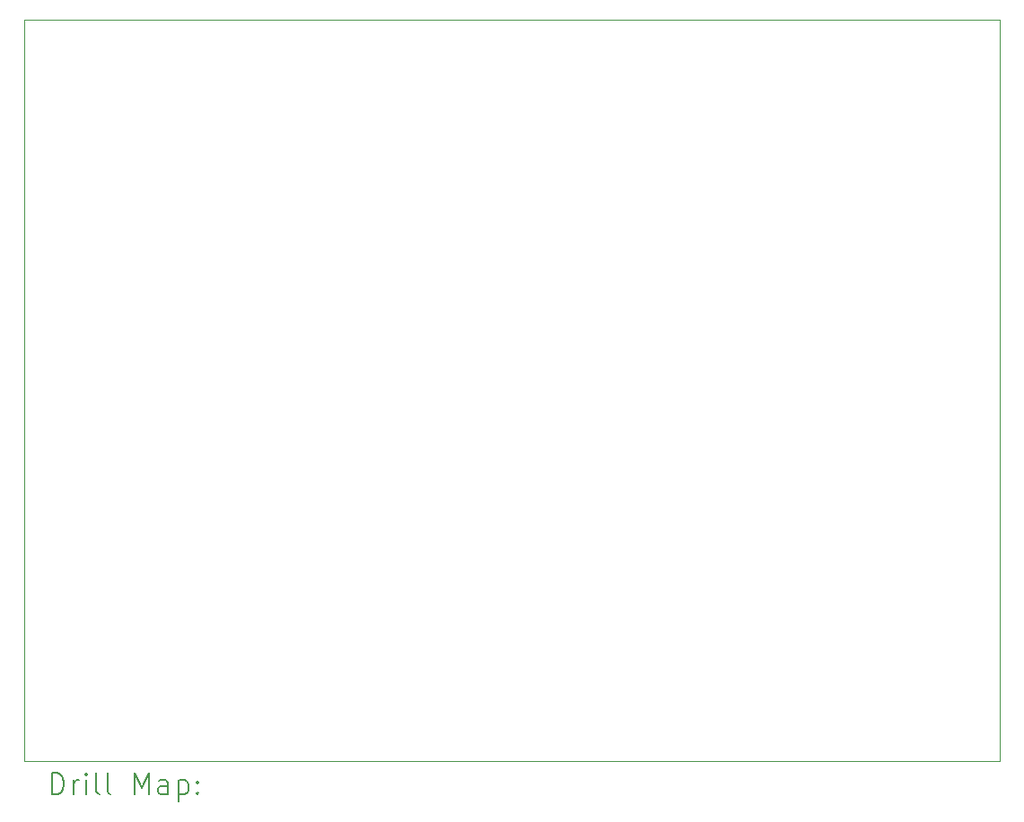
<source format=gbr>
%TF.GenerationSoftware,KiCad,Pcbnew,8.0.6*%
%TF.CreationDate,2025-01-19T13:54:37-05:00*%
%TF.ProjectId,RA2E1-CAN-Rev2,52413245-312d-4434-914e-2d526576322e,rev?*%
%TF.SameCoordinates,Original*%
%TF.FileFunction,Drillmap*%
%TF.FilePolarity,Positive*%
%FSLAX45Y45*%
G04 Gerber Fmt 4.5, Leading zero omitted, Abs format (unit mm)*
G04 Created by KiCad (PCBNEW 8.0.6) date 2025-01-19 13:54:37*
%MOMM*%
%LPD*%
G01*
G04 APERTURE LIST*
%ADD10C,0.050000*%
%ADD11C,0.200000*%
G04 APERTURE END LIST*
D10*
X7000000Y-2500000D02*
X7000000Y-9500000D01*
X16200000Y-2500000D02*
X16200000Y-9500000D01*
X16200000Y-9500000D02*
X7000000Y-9500000D01*
X7000000Y-2500000D02*
X16200000Y-2500000D01*
D11*
X7258277Y-9813984D02*
X7258277Y-9613984D01*
X7258277Y-9613984D02*
X7305896Y-9613984D01*
X7305896Y-9613984D02*
X7334467Y-9623508D01*
X7334467Y-9623508D02*
X7353515Y-9642555D01*
X7353515Y-9642555D02*
X7363039Y-9661603D01*
X7363039Y-9661603D02*
X7372562Y-9699698D01*
X7372562Y-9699698D02*
X7372562Y-9728270D01*
X7372562Y-9728270D02*
X7363039Y-9766365D01*
X7363039Y-9766365D02*
X7353515Y-9785412D01*
X7353515Y-9785412D02*
X7334467Y-9804460D01*
X7334467Y-9804460D02*
X7305896Y-9813984D01*
X7305896Y-9813984D02*
X7258277Y-9813984D01*
X7458277Y-9813984D02*
X7458277Y-9680650D01*
X7458277Y-9718746D02*
X7467801Y-9699698D01*
X7467801Y-9699698D02*
X7477324Y-9690174D01*
X7477324Y-9690174D02*
X7496372Y-9680650D01*
X7496372Y-9680650D02*
X7515420Y-9680650D01*
X7582086Y-9813984D02*
X7582086Y-9680650D01*
X7582086Y-9613984D02*
X7572562Y-9623508D01*
X7572562Y-9623508D02*
X7582086Y-9633031D01*
X7582086Y-9633031D02*
X7591610Y-9623508D01*
X7591610Y-9623508D02*
X7582086Y-9613984D01*
X7582086Y-9613984D02*
X7582086Y-9633031D01*
X7705896Y-9813984D02*
X7686848Y-9804460D01*
X7686848Y-9804460D02*
X7677324Y-9785412D01*
X7677324Y-9785412D02*
X7677324Y-9613984D01*
X7810658Y-9813984D02*
X7791610Y-9804460D01*
X7791610Y-9804460D02*
X7782086Y-9785412D01*
X7782086Y-9785412D02*
X7782086Y-9613984D01*
X8039229Y-9813984D02*
X8039229Y-9613984D01*
X8039229Y-9613984D02*
X8105896Y-9756841D01*
X8105896Y-9756841D02*
X8172562Y-9613984D01*
X8172562Y-9613984D02*
X8172562Y-9813984D01*
X8353515Y-9813984D02*
X8353515Y-9709222D01*
X8353515Y-9709222D02*
X8343991Y-9690174D01*
X8343991Y-9690174D02*
X8324943Y-9680650D01*
X8324943Y-9680650D02*
X8286848Y-9680650D01*
X8286848Y-9680650D02*
X8267801Y-9690174D01*
X8353515Y-9804460D02*
X8334467Y-9813984D01*
X8334467Y-9813984D02*
X8286848Y-9813984D01*
X8286848Y-9813984D02*
X8267801Y-9804460D01*
X8267801Y-9804460D02*
X8258277Y-9785412D01*
X8258277Y-9785412D02*
X8258277Y-9766365D01*
X8258277Y-9766365D02*
X8267801Y-9747317D01*
X8267801Y-9747317D02*
X8286848Y-9737793D01*
X8286848Y-9737793D02*
X8334467Y-9737793D01*
X8334467Y-9737793D02*
X8353515Y-9728270D01*
X8448753Y-9680650D02*
X8448753Y-9880650D01*
X8448753Y-9690174D02*
X8467801Y-9680650D01*
X8467801Y-9680650D02*
X8505896Y-9680650D01*
X8505896Y-9680650D02*
X8524944Y-9690174D01*
X8524944Y-9690174D02*
X8534467Y-9699698D01*
X8534467Y-9699698D02*
X8543991Y-9718746D01*
X8543991Y-9718746D02*
X8543991Y-9775889D01*
X8543991Y-9775889D02*
X8534467Y-9794936D01*
X8534467Y-9794936D02*
X8524944Y-9804460D01*
X8524944Y-9804460D02*
X8505896Y-9813984D01*
X8505896Y-9813984D02*
X8467801Y-9813984D01*
X8467801Y-9813984D02*
X8448753Y-9804460D01*
X8629705Y-9794936D02*
X8639229Y-9804460D01*
X8639229Y-9804460D02*
X8629705Y-9813984D01*
X8629705Y-9813984D02*
X8620182Y-9804460D01*
X8620182Y-9804460D02*
X8629705Y-9794936D01*
X8629705Y-9794936D02*
X8629705Y-9813984D01*
X8629705Y-9690174D02*
X8639229Y-9699698D01*
X8639229Y-9699698D02*
X8629705Y-9709222D01*
X8629705Y-9709222D02*
X8620182Y-9699698D01*
X8620182Y-9699698D02*
X8629705Y-9690174D01*
X8629705Y-9690174D02*
X8629705Y-9709222D01*
M02*

</source>
